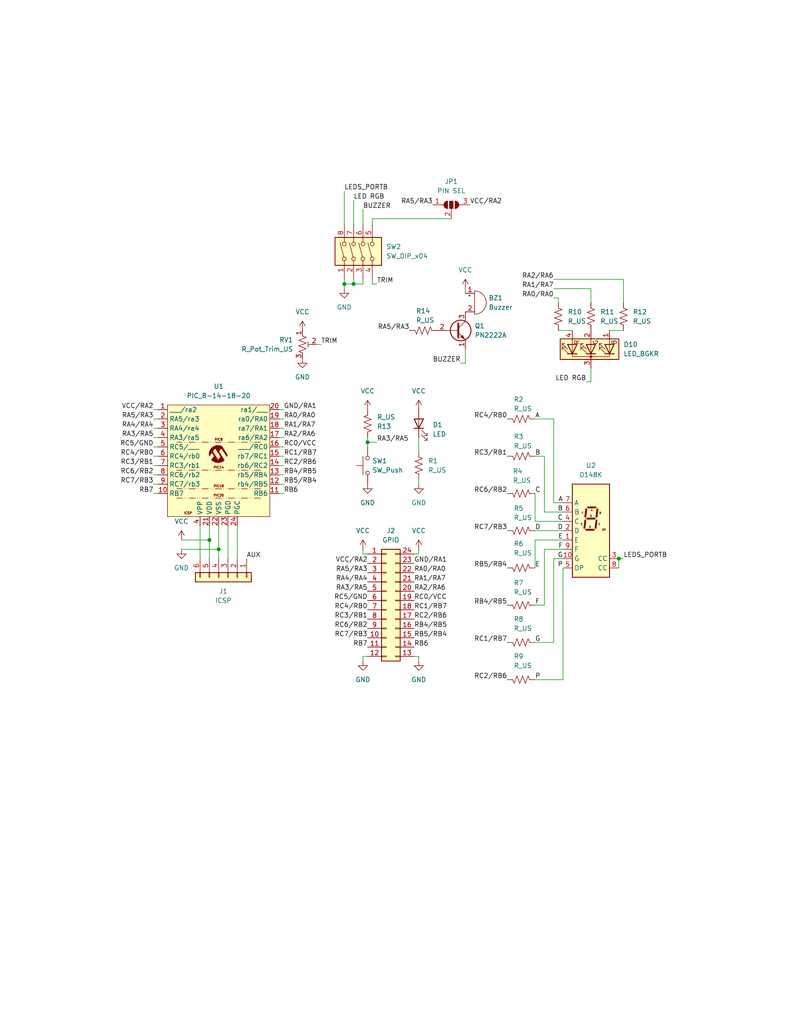
<source format=kicad_sch>
(kicad_sch (version 20250114) (generator "eeschema") (generator_version "9.0")
  (paper "USLetter" portrait)
  (title_block (date "2025-12-17") (rev "v0.0"))
  (lib_symbols
    (symbol "Connector_Generic:Conn_01x06" (pin_names (offset 1.016) (hide yes))
      (property "Reference" "J" (at 0 7.62 0))
      (property "Value" "Conn_01x06" (at 0 -10.16 0))
      (symbol "Conn_01x06_1_1"
        (pin passive line (at -5.08 5.08 0) (length 3.81) (name "Pin_1") (number "1"))
        (pin passive line (at -5.08 2.54 0) (length 3.81) (name "Pin_2") (number "2"))
        (pin passive line (at -5.08 0 0) (length 3.81) (name "Pin_3") (number "3"))
        (pin passive line (at -5.08 -2.54 0) (length 3.81) (name "Pin_4") (number "4"))
        (pin passive line (at -5.08 -5.08 0) (length 3.81) (name "Pin_5") (number "5"))
        (pin passive line (at -5.08 -7.62 0) (length 3.81) (name "Pin_6") (number "6"))
      )
    )
    (symbol "Connector_Generic:Conn_02x12_Counter_Clockwise" (pin_names (offset 1.016) (hide yes))
      (property "Reference" "J" (at 1.27 15.24 0))
      (property "Value" "Conn_02x12_Counter_Clockwise" (at 1.27 -17.78 0))
      (symbol "Conn_02x12_Counter_Clockwise_1_1"
        (pin passive line (at -5.08 12.7 0) (length 3.81) (name "Pin_1") (number "1"))
        (pin passive line (at -5.08 10.16 0) (length 3.81) (name "Pin_2") (number "2"))
        (pin passive line (at -5.08 7.62 0) (length 3.81) (name "Pin_3") (number "3"))
        (pin passive line (at -5.08 5.08 0) (length 3.81) (name "Pin_4") (number "4"))
        (pin passive line (at -5.08 2.54 0) (length 3.81) (name "Pin_5") (number "5"))
        (pin passive line (at -5.08 0 0) (length 3.81) (name "Pin_6") (number "6"))
        (pin passive line (at -5.08 -2.54 0) (length 3.81) (name "Pin_7") (number "7"))
        (pin passive line (at -5.08 -5.08 0) (length 3.81) (name "Pin_8") (number "8"))
        (pin passive line (at -5.08 -7.62 0) (length 3.81) (name "Pin_9") (number "9"))
        (pin passive line (at -5.08 -10.16 0) (length 3.81) (name "Pin_10") (number "10"))
        (pin passive line (at -5.08 -12.7 0) (length 3.81) (name "Pin_11") (number "11"))
        (pin passive line (at -5.08 -15.24 0) (length 3.81) (name "Pin_12") (number "12"))
        (pin passive line (at 7.62 12.7 180) (length 3.81) (name "Pin_24") (number "24"))
        (pin passive line (at 7.62 10.16 180) (length 3.81) (name "Pin_23") (number "23"))
        (pin passive line (at 7.62 7.62 180) (length 3.81) (name "Pin_22") (number "22"))
        (pin passive line (at 7.62 5.08 180) (length 3.81) (name "Pin_21") (number "21"))
        (pin passive line (at 7.62 2.54 180) (length 3.81) (name "Pin_20") (number "20"))
        (pin passive line (at 7.62 0 180) (length 3.81) (name "Pin_19") (number "19"))
        (pin passive line (at 7.62 -2.54 180) (length 3.81) (name "Pin_18") (number "18"))
        (pin passive line (at 7.62 -5.08 180) (length 3.81) (name "Pin_17") (number "17"))
        (pin passive line (at 7.62 -7.62 180) (length 3.81) (name "Pin_16") (number "16"))
        (pin passive line (at 7.62 -10.16 180) (length 3.81) (name "Pin_15") (number "15"))
        (pin passive line (at 7.62 -12.7 180) (length 3.81) (name "Pin_14") (number "14"))
        (pin passive line (at 7.62 -15.24 180) (length 3.81) (name "Pin_13") (number "13"))
      )
    )
    (symbol "Device:Buzzer" (pin_names (offset 0.0254) (hide yes))
      (property "Reference" "BZ" (at 3.81 1.27 0))
      (property "Value" "Buzzer" (at 3.81 -1.27 0))
      (symbol "Buzzer_1_1"
        (pin passive line (at -2.54 2.54 0) (length 2.54) (name "+") (number "1"))
        (pin passive line (at -2.54 -2.54 0) (length 2.54) (name "-") (number "2"))
      )
    )
    (symbol "Device:LED" (pin_numbers (hide yes)) (pin_names (offset 1.016) (hide yes))
      (property "Reference" "D" (at 0 2.54 0))
      (property "Value" "LED" (at 0 -2.54 0))
      (symbol "LED_1_1"
        (pin passive line (at -3.81 0 0) (length 2.54) (name "K") (number "1"))
        (pin passive line (at 3.81 0 180) (length 2.54) (name "A") (number "2"))
      )
    )
    (symbol "Device:LED_BGKR" (pin_names (offset 0) (hide yes))
      (property "Reference" "D" (at 0 9.398 0))
      (property "Value" "LED_BGKR" (at 0 -8.89 0))
      (symbol "LED_BGKR_0_0"
        (text "R" (at 1.905 3.81 0) (effects (font (size 1.27 1.27))))
        (text "G" (at 1.905 -1.27 0) (effects (font (size 1.27 1.27))))
        (text "B" (at 1.905 -6.35 0) (effects (font (size 1.27 1.27))))
      )
      (symbol "LED_BGKR_1_1"
        (pin passive line (at -5.08 0 0) (length 2.54) (name "K") (number "3"))
        (pin passive line (at 5.08 5.08 180) (length 2.54) (name "RA") (number "4"))
        (pin passive line (at 5.08 0 180) (length 2.54) (name "GA") (number "2"))
        (pin passive line (at 5.08 -5.08 180) (length 2.54) (name "BA") (number "1"))
      )
    )
    (symbol "Device:R_Potentiometer_Trim_US" (pin_names (offset 1.016) (hide yes))
      (property "Reference" "RV" (at -4.445 0 90))
      (property "Value" "R_Potentiometer_Trim_US" (at -2.54 0 90))
      (symbol "R_Potentiometer_Trim_US_1_1"
        (pin passive line (at 0 3.81 270) (length 1.27) (name "1") (number "1"))
        (pin passive line (at 0 -3.81 90) (length 1.27) (name "3") (number "3"))
        (pin passive line (at 3.81 0 180) (length 1.27) (name "2") (number "2"))
      )
    )
    (symbol "Device:R_US" (pin_numbers (hide yes)) (pin_names (offset 0))
      (property "Reference" "R" (at 2.54 0 90))
      (property "Value" "R_US" (at -2.54 0 90))
      (symbol "R_US_1_1"
        (pin passive line (at 0 3.81 270) (length 1.27) (name "~") (number "1"))
        (pin passive line (at 0 -3.81 90) (length 1.27) (name "~") (number "2"))
      )
    )
    (symbol "Display_Character:D148K"
      (property "Reference" "U" (at -2.54 13.97 0))
      (property "Value" "D148K" (at 1.27 13.97 0))
      (symbol "D148K_0_0"
        (text "E" (at -2.54 1.778 0) (effects (font (size 0.508 0.508))))
        (text "F" (at -2.286 4.826 0) (effects (font (size 0.508 0.508))))
        (text "D" (at -0.254 1.016 0) (effects (font (size 0.508 0.508))))
        (text "G" (at 0 4.064 0) (effects (font (size 0.508 0.508))))
        (text "A" (at 0.254 5.588 0) (effects (font (size 0.508 0.508))))
        (text "C" (at 2.286 1.778 0) (effects (font (size 0.508 0.508))))
        (text "B" (at 2.54 4.826 0) (effects (font (size 0.508 0.508))))
        (text "DP" (at 3.556 0.254 0) (effects (font (size 0.508 0.508))))
      )
      (symbol "D148K_1_1"
        (pin input line (at -7.62 7.62 0) (length 2.54) (name "A") (number "7"))
        (pin input line (at -7.62 5.08 0) (length 2.54) (name "B") (number "6"))
        (pin input line (at -7.62 2.54 0) (length 2.54) (name "C") (number "4"))
        (pin input line (at -7.62 0 0) (length 2.54) (name "D") (number "2"))
        (pin input line (at -7.62 -2.54 0) (length 2.54) (name "E") (number "1"))
        (pin input line (at -7.62 -5.08 0) (length 2.54) (name "F") (number "9"))
        (pin input line (at -7.62 -7.62 0) (length 2.54) (name "G") (number "10"))
        (pin input line (at -7.62 -10.16 0) (length 2.54) (name "DP") (number "5"))
        (pin input line (at 7.62 -7.62 180) (length 2.54) (name "CC") (number "3"))
        (pin input line (at 7.62 -10.16 180) (length 2.54) (name "CC") (number "8"))
      )
    )
    (symbol "Jumper:SolderJumper_3_Open" (pin_names (offset 0) (hide yes)) (in_bom no)
      (property "Reference" "JP" (at -2.54 -2.54 0))
      (property "Value" "SolderJumper_3_Open" (at 0 2.794 0))
      (symbol "SolderJumper_3_Open_1_1"
        (pin passive line (at -5.08 0 0) (length 2.54) (name "A") (number "1"))
        (pin passive line (at 0 -3.81 90) (length 2.54) (name "C") (number "2"))
        (pin passive line (at 5.08 0 180) (length 2.54) (name "B") (number "3"))
      )
    )
    (symbol "PIC_Pin_Compatible:PIC_8-14-18-20"
      (property "Reference" "U" (at 0 10.414 0))
      (symbol "PIC_8-14-18-20_1_1"
        (text "ICSP" (at -8.382 -20.574 0) (effects (font (size 0.635 0.635))))
        (text "PIC8" (at 0 -0.508 0) (effects (font (size 0.635 0.635))))
        (text "PIC14" (at 0 -8.128 0) (effects (font (size 0.635 0.635))))
        (text "PIC18" (at 0 -13.208 0) (effects (font (size 0.635 0.635))))
        (text "PIC20" (at 0 -15.748 0) (effects (font (size 0.635 0.635))))
        (pin power_in line (at -16.51 7.62 0) (length 2.54) (name "___/ra2") (number "1"))
        (pin bidirectional line (at -16.51 5.08 0) (length 2.54) (name "RA5/ra3") (number "2"))
        (pin bidirectional line (at -16.51 2.54 0) (length 2.54) (name "RA4/ra4") (number "3"))
        (pin bidirectional line (at -16.51 0 0) (length 2.54) (name "RA3/ra5") (number "4"))
        (pin bidirectional line (at -16.51 -2.54 0) (length 2.54) (name "RC5/___") (number "5"))
        (pin bidirectional line (at -16.51 -5.08 0) (length 2.54) (name "RC4/rb0") (number "6"))
        (pin bidirectional line (at -16.51 -7.62 0) (length 2.54) (name "RC3/rb1") (number "7"))
        (pin bidirectional line (at -16.51 -10.16 0) (length 2.54) (name "RC6/rb2") (number "8"))
        (pin bidirectional line (at -16.51 -12.7 0) (length 2.54) (name "RC7/rb3") (number "9"))
        (pin bidirectional line (at -16.51 -15.24 0) (length 2.54) (name "RB7") (number "10"))
        (pin bidirectional line (at -5.08 -24.13 90) (length 2.54) (name "VPP") (number "4"))
        (pin power_in line (at -2.54 -24.13 90) (length 2.54) (name "VDD") (number "21"))
        (pin power_in line (at 0 -24.13 90) (length 2.54) (name "VSS") (number "22"))
        (pin bidirectional line (at 2.54 -24.13 90) (length 2.54) (name "PGD") (number "23"))
        (pin bidirectional line (at 5.08 -24.13 90) (length 2.54) (name "PGC") (number "24"))
        (pin power_in line (at 16.51 7.62 180) (length 2.54) (name "ra1/___") (number "20"))
        (pin bidirectional line (at 16.51 5.08 180) (length 2.54) (name "ra0/RA0") (number "19"))
        (pin bidirectional line (at 16.51 2.54 180) (length 2.54) (name "ra7/RA1") (number "18"))
        (pin bidirectional line (at 16.51 0 180) (length 2.54) (name "ra6/RA2") (number "17"))
        (pin bidirectional line (at 16.51 -2.54 180) (length 2.54) (name "___/RC0") (number "16"))
        (pin bidirectional line (at 16.51 -5.08 180) (length 2.54) (name "rb7/RC1") (number "15"))
        (pin bidirectional line (at 16.51 -7.62 180) (length 2.54) (name "rb6/RC2") (number "14"))
        (pin bidirectional line (at 16.51 -10.16 180) (length 2.54) (name "rb5/RB4") (number "13"))
        (pin bidirectional line (at 16.51 -12.7 180) (length 2.54) (name "rb4/RB5") (number "12"))
        (pin bidirectional line (at 16.51 -15.24 180) (length 2.54) (name "RB6") (number "11"))
      )
    )
    (symbol "Switch:SW_DIP_x04" (pin_names (offset 0) (hide yes))
      (property "Reference" "SW" (at 0 8.89 0))
      (property "Value" "SW_DIP_x04" (at 0 -6.35 0))
      (symbol "SW_DIP_x04_1_1"
        (pin passive line (at -7.62 5.08 0) (length 5.08) (name "~") (number "1"))
        (pin passive line (at -7.62 2.54 0) (length 5.08) (name "~") (number "2"))
        (pin passive line (at -7.62 0 0) (length 5.08) (name "~") (number "3"))
        (pin passive line (at -7.62 -2.54 0) (length 5.08) (name "~") (number "4"))
        (pin passive line (at 7.62 5.08 180) (length 5.08) (name "~") (number "8"))
        (pin passive line (at 7.62 2.54 180) (length 5.08) (name "~") (number "7"))
        (pin passive line (at 7.62 0 180) (length 5.08) (name "~") (number "6"))
        (pin passive line (at 7.62 -2.54 180) (length 5.08) (name "~") (number "5"))
      )
    )
    (symbol "Switch:SW_Push" (pin_numbers (hide yes)) (pin_names (offset 1.016) (hide yes))
      (property "Reference" "SW" (at 1.27 2.54 0))
      (property "Value" "SW_Push" (at 0 -1.524 0))
      (symbol "SW_Push_0_1"
        (pin passive line (at -5.08 0 0) (length 2.54) (name "1") (number "1"))
        (pin passive line (at 5.08 0 180) (length 2.54) (name "2") (number "2"))
      )
    )
    (symbol "Transistor_BJT:PN2222A" (pin_names (offset 0) (hide yes))
      (property "Reference" "Q" (at 5.08 1.905 0))
      (property "Value" "PN2222A" (at 5.08 0 0))
      (symbol "PN2222A_1_1"
        (pin input line (at -5.08 0 0) (length 2.54) (name "B") (number "2"))
        (pin passive line (at 2.54 5.08 270) (length 2.54) (name "C") (number "3"))
        (pin passive line (at 2.54 -5.08 90) (length 2.54) (name "E") (number "1"))
      )
    )
    (symbol "power:GND" (power) (pin_numbers (hide yes)) (pin_names (offset 0) (hide yes))
      (property "Value" "GND" (at 0 -3.81 0))
      (symbol "GND_1_1"
        (pin power_in line (at 0 0 270) (length 0) (name "~") (number "1"))
      )
    )
    (symbol "power:VCC" (power) (pin_numbers (hide yes)) (pin_names (offset 0) (hide yes))
      (property "Value" "VCC" (at 0 3.556 0))
      (symbol "VCC_1_1"
        (pin power_in line (at 0 0 90) (length 0) (name "~") (number "1"))
      )
    )
  )
  (junction (at 96.52 77.47))
  (junction (at 93.98 77.47))
  (junction (at 168.91 152.4))
  (junction (at 57.15 147.32))
  (junction (at 100.33 120.65))
  (junction (at 59.69 149.86))
  (wire (pts (xy 41.91 111.76) (xy 43.18 111.76)))
  (wire (pts (xy 93.98 77.47) (xy 93.98 76.2)))
  (wire (pts (xy 160.02 104.14) (xy 161.29 104.14)))
  (wire (pts (xy 93.98 52.07) (xy 93.98 60.96)))
  (wire (pts (xy 41.91 127) (xy 43.18 127)))
  (wire (pts (xy 41.91 121.92) (xy 43.18 121.92)))
  (wire (pts (xy 151.13 78.74) (xy 161.29 78.74)))
  (wire (pts (xy 100.33 120.65) (xy 100.33 121.92)))
  (wire (pts (xy 49.53 147.32) (xy 57.15 147.32)))
  (wire (pts (xy 102.87 77.47) (xy 101.6 77.47)))
  (wire (pts (xy 41.91 132.08) (xy 43.18 132.08)))
  (wire (pts (xy 148.59 139.7) (xy 148.59 124.46)))
  (wire (pts (xy 77.47 124.46) (xy 76.2 124.46)))
  (wire (pts (xy 152.4 90.17) (xy 156.21 90.17)))
  (wire (pts (xy 77.47 111.76) (xy 76.2 111.76)))
  (wire (pts (xy 77.47 114.3) (xy 76.2 114.3)))
  (wire (pts (xy 153.67 154.94) (xy 153.67 185.42)))
  (wire (pts (xy 57.15 147.32) (xy 57.15 143.51)))
  (wire (pts (xy 77.47 129.54) (xy 76.2 129.54)))
  (wire (pts (xy 113.03 179.07) (xy 114.3 179.07)))
  (wire (pts (xy 161.29 78.74) (xy 161.29 82.55)))
  (wire (pts (xy 153.67 147.32) (xy 146.05 147.32)))
  (wire (pts (xy 77.47 121.92) (xy 76.2 121.92)))
  (wire (pts (xy 151.13 175.26) (xy 146.05 175.26)))
  (wire (pts (xy 125.73 99.06) (xy 127 99.06)))
  (wire (pts (xy 170.18 76.2) (xy 170.18 82.55)))
  (wire (pts (xy 127 99.06) (xy 127 95.25)))
  (wire (pts (xy 153.67 149.86) (xy 148.59 149.86)))
  (wire (pts (xy 99.06 57.15) (xy 99.06 60.96)))
  (wire (pts (xy 153.67 139.7) (xy 148.59 139.7)))
  (wire (pts (xy 41.91 124.46) (xy 43.18 124.46)))
  (wire (pts (xy 151.13 152.4) (xy 151.13 175.26)))
  (wire (pts (xy 57.15 147.32) (xy 57.15 152.4)))
  (wire (pts (xy 100.33 120.65) (xy 102.87 120.65)))
  (wire (pts (xy 146.05 142.24) (xy 146.05 134.62)))
  (wire (pts (xy 100.33 151.13) (xy 99.06 151.13)))
  (wire (pts (xy 101.6 77.47) (xy 101.6 76.2)))
  (wire (pts (xy 54.61 143.51) (xy 54.61 152.4)))
  (wire (pts (xy 41.91 114.3) (xy 43.18 114.3)))
  (wire (pts (xy 151.13 114.3) (xy 146.05 114.3)))
  (wire (pts (xy 170.18 152.4) (xy 168.91 152.4)))
  (wire (pts (xy 148.59 165.1) (xy 146.05 165.1)))
  (wire (pts (xy 93.98 77.47) (xy 96.52 77.47)))
  (wire (pts (xy 99.06 151.13) (xy 99.06 149.86)))
  (wire (pts (xy 59.69 149.86) (xy 59.69 152.4)))
  (wire (pts (xy 152.4 81.28) (xy 152.4 82.55)))
  (wire (pts (xy 77.47 116.84) (xy 76.2 116.84)))
  (wire (pts (xy 41.91 134.62) (xy 43.18 134.62)))
  (wire (pts (xy 77.47 127) (xy 76.2 127)))
  (wire (pts (xy 113.03 151.13) (xy 114.3 151.13)))
  (wire (pts (xy 86.36 93.98) (xy 87.63 93.98)))
  (wire (pts (xy 153.67 137.16) (xy 151.13 137.16)))
  (wire (pts (xy 77.47 132.08) (xy 76.2 132.08)))
  (wire (pts (xy 41.91 119.38) (xy 43.18 119.38)))
  (wire (pts (xy 151.13 76.2) (xy 170.18 76.2)))
  (wire (pts (xy 62.23 143.51) (xy 62.23 152.4)))
  (wire (pts (xy 114.3 123.19) (xy 114.3 119.38)))
  (wire (pts (xy 148.59 124.46) (xy 146.05 124.46)))
  (wire (pts (xy 148.59 149.86) (xy 148.59 165.1)))
  (wire (pts (xy 93.98 78.74) (xy 93.98 77.47)))
  (wire (pts (xy 41.91 129.54) (xy 43.18 129.54)))
  (wire (pts (xy 59.69 143.51) (xy 59.69 149.86)))
  (wire (pts (xy 41.91 116.84) (xy 43.18 116.84)))
  (wire (pts (xy 49.53 149.86) (xy 59.69 149.86)))
  (wire (pts (xy 100.33 119.38) (xy 100.33 120.65)))
  (wire (pts (xy 161.29 104.14) (xy 161.29 100.33)))
  (wire (pts (xy 153.67 152.4) (xy 151.13 152.4)))
  (wire (pts (xy 99.06 179.07) (xy 99.06 180.34)))
  (wire (pts (xy 153.67 142.24) (xy 146.05 142.24)))
  (wire (pts (xy 114.3 151.13) (xy 114.3 149.86)))
  (wire (pts (xy 168.91 152.4) (xy 168.91 154.94)))
  (wire (pts (xy 114.3 179.07) (xy 114.3 180.34)))
  (wire (pts (xy 99.06 77.47) (xy 99.06 76.2)))
  (wire (pts (xy 96.52 77.47) (xy 96.52 76.2)))
  (wire (pts (xy 96.52 54.61) (xy 96.52 60.96)))
  (wire (pts (xy 101.6 59.69) (xy 123.19 59.69)))
  (wire (pts (xy 166.37 90.17) (xy 170.18 90.17)))
  (wire (pts (xy 100.33 179.07) (xy 99.06 179.07)))
  (wire (pts (xy 153.67 185.42) (xy 146.05 185.42)))
  (wire (pts (xy 146.05 147.32) (xy 146.05 154.94)))
  (wire (pts (xy 151.13 81.28) (xy 152.4 81.28)))
  (wire (pts (xy 77.47 119.38) (xy 76.2 119.38)))
  (wire (pts (xy 64.77 143.51) (xy 64.77 152.4)))
  (wire (pts (xy 146.05 144.78) (xy 153.67 144.78)))
  (wire (pts (xy 101.6 59.69) (xy 101.6 60.96)))
  (wire (pts (xy 77.47 134.62) (xy 76.2 134.62)))
  (wire (pts (xy 151.13 137.16) (xy 151.13 114.3)))
  (wire (pts (xy 114.3 130.81) (xy 114.3 132.08)))
  (wire (pts (xy 96.52 77.47) (xy 99.06 77.47)))
  (wire (pts (xy 127 78.74) (xy 127 80.01)))
  (label "LED RGB" (at 160.02 104.14 180))
  (label "C" (at 146.05 134.62 0))
  (label "RC4{slash}RB0" (at 138.43 114.3 180))
  (label "RC1{slash}RB7" (at 77.47 124.46 0))
  (label "F" (at 146.05 165.1 0))
  (label "RA3{slash}RA5" (at 102.87 120.65 0))
  (label "RB5{slash}RB4" (at 77.47 132.08 0))
  (label "RC4{slash}RB0" (at 100.33 166.37 180))
  (label "RB5{slash}RB4" (at 138.43 154.94 180))
  (label "RA4{slash}RA4" (at 100.33 158.75 180))
  (label "RA2{slash}RA6" (at 151.13 76.2 180))
  (label "RC5{slash}GND" (at 100.33 163.83 180))
  (label "VCC{slash}RA2" (at 41.91 111.76 180))
  (label "RC4{slash}RB0" (at 41.91 124.46 180))
  (label "RA4{slash}RA4" (at 41.91 116.84 180))
  (label "RC3{slash}RB1" (at 100.33 168.91 180))
  (label "C" (at 153.67 142.24 180))
  (label "E" (at 153.67 147.32 180))
  (label "RA5{slash}RA3" (at 41.91 114.3 180))
  (label "RB4{slash}RB5" (at 77.47 129.54 0))
  (label "LED RGB" (at 96.52 54.61 0))
  (label "LEDS_PORTB" (at 170.18 152.4 0))
  (label "RC2{slash}RB6" (at 138.43 185.42 180))
  (label "B" (at 146.05 124.46 0))
  (label "AUX" (at 67.31 152.4 0))
  (label "RC2{slash}RB6" (at 113.03 168.91 0))
  (label "RC7{slash}RB3" (at 41.91 132.08 180))
  (label "RC0{slash}VCC" (at 113.03 163.83 0))
  (label "E" (at 146.05 154.94 0))
  (label "RB6" (at 77.47 134.62 0))
  (label "RA0{slash}RA0" (at 151.13 81.28 180))
  (label "VCC{slash}RA2" (at 100.33 153.67 180))
  (label "RC1{slash}RB7" (at 138.43 175.26 180))
  (label "RC0{slash}VCC" (at 77.47 121.92 0))
  (label "RB7" (at 41.91 134.62 180))
  (label "RC7{slash}RB3" (at 138.43 144.78 180))
  (label "LEDS_PORTB" (at 93.98 52.07 0))
  (label "A" (at 146.05 114.3 0))
  (label "RB4{slash}RB5" (at 113.03 171.45 0))
  (label "RC6{slash}RB2" (at 41.91 129.54 180))
  (label "A" (at 153.67 137.16 180))
  (label "RA0{slash}RA0" (at 77.47 114.3 0))
  (label "RC5{slash}GND" (at 41.91 121.92 180))
  (label "VCC{slash}RA2" (at 128.27 55.88 0))
  (label "G" (at 153.67 152.4 180))
  (label "RA5{slash}RA3" (at 100.33 156.21 180))
  (label "D" (at 146.05 144.78 0))
  (label "P" (at 153.67 154.94 180))
  (label "GND{slash}RA1" (at 113.03 153.67 0))
  (label "RA5{slash}RA3" (at 118.11 55.88 180))
  (label "B" (at 153.67 139.7 180))
  (label "BUZZER" (at 99.06 57.15 0))
  (label "RA1{slash}RA7" (at 151.13 78.74 180))
  (label "TRIM" (at 102.87 77.47 0))
  (label "RA3{slash}RA5" (at 41.91 119.38 180))
  (label "RC3{slash}RB1" (at 138.43 124.46 180))
  (label "RA1{slash}RA7" (at 113.03 158.75 0))
  (label "RA2{slash}RA6" (at 113.03 161.29 0))
  (label "RA5{slash}RA3" (at 111.76 90.17 180))
  (label "RA0{slash}RA0" (at 113.03 156.21 0))
  (label "TRIM" (at 87.63 93.98 0))
  (label "RB5{slash}RB4" (at 113.03 173.99 0))
  (label "RB7" (at 100.33 176.53 180))
  (label "G" (at 146.05 175.26 0))
  (label "F" (at 153.67 149.86 180))
  (label "RB4{slash}RB5" (at 138.43 165.1 180))
  (label "RC6{slash}RB2" (at 138.43 134.62 180))
  (label "D" (at 153.67 144.78 180))
  (label "RA3{slash}RA5" (at 100.33 161.29 180))
  (label "P" (at 146.05 185.42 0))
  (label "RC1{slash}RB7" (at 113.03 166.37 0))
  (label "RA1{slash}RA7" (at 77.47 116.84 0))
  (label "RC7{slash}RB3" (at 100.33 173.99 180))
  (label "RC3{slash}RB1" (at 41.91 127 180))
  (label "RC2{slash}RB6" (at 77.47 127 0))
  (label "RA2{slash}RA6" (at 77.47 119.38 0))
  (label "RC6{slash}RB2" (at 100.33 171.45 180))
  (label "GND{slash}RA1" (at 77.47 111.76 0))
  (label "BUZZER" (at 125.73 99.06 180))
  (label "RB6" (at 113.03 176.53 0))
  (symbol (lib_id "Device:R_US") (at 142.24 144.78 90) (mirror x) (unit 1)
    (property "Reference" "R5" (at 140.208 138.684 90) (effects (justify right)))
    (property "Value" "R_US" (at 140.208 141.224 90) (effects (justify right)))
    (property "Description" "Resistor, US symbol" (effects (hide yes)))
  )
  (symbol (lib_id "power:GND") (at 93.98 78.74 0) (unit 1)
    (property "Reference" "#PWR013" (effects (hide yes)))
    (property "Value" "GND" (at 93.98 83.82 0))
    (property "Description" "Power symbol creates a global label with name \"GND\" , ground" (effects (hide yes)))
  )
  (symbol (lib_id "Switch:SW_DIP_x04") (at 99.06 68.58 90) (unit 1)
    (property "Reference" "SW2" (at 105.41 67.3099 90) (effects (justify right)))
    (property "Value" "SW_DIP_x04" (at 105.41 69.8499 90) (effects (justify right)))
    (property "Description" "4x DIP Switch, Single Pole Single Throw (SPST) switch, small symbol" (effects (hide yes)))
  )
  (symbol (lib_id "Device:R_US") (at 170.18 86.36 0) (unit 1)
    (property "Reference" "R12" (at 172.72 85.0899 0) (effects (justify left)))
    (property "Value" "R_US" (at 172.72 87.6299 0) (effects (justify left)))
    (property "Description" "Resistor, US symbol" (effects (hide yes)))
  )
  (symbol (lib_id "power:VCC") (at 114.3 111.76 0) (unit 1)
    (property "Reference" "#PWR07" (effects (hide yes)))
    (property "Value" "VCC" (at 114.3 106.68 0))
    (property "Description" "Power symbol creates a global label with name \"VCC\"" (effects (hide yes)))
  )
  (symbol (lib_id "Device:LED") (at 114.3 115.57 90) (unit 1)
    (property "Reference" "D1" (at 118.11 115.8874 90) (effects (justify right)))
    (property "Value" "LED" (at 118.11 118.4274 90) (effects (justify right)))
    (property "Description" "Light emitting diode" (effects (hide yes)))
    (property "Sim.Pins" "1=K 2=A" (effects (hide yes)))
  )
  (symbol (lib_id "Connector_Generic:Conn_02x12_Counter_Clockwise") (at 105.41 163.83 0) (unit 1)
    (property "Reference" "J2" (at 106.68 144.78 0))
    (property "Value" "GPIO" (at 106.68 147.32 0))
    (property "Description" "Generic connector, double row, 02x12, counter clockwise pin numbering scheme (similar to DIP package numbering), script generated (kicad-library-utils/schlib/autogen/connector/)" (effects (hide yes)))
  )
  (symbol (lib_id "Device:Buzzer") (at 129.54 82.55 0) (unit 1)
    (property "Reference" "BZ1" (at 133.35 81.2799 0) (effects (justify left)))
    (property "Value" "Buzzer" (at 133.35 83.8199 0) (effects (justify left)))
    (property "Description" "Buzzer, polarized" (effects (hide yes)))
  )
  (symbol (lib_id "power:GND") (at 99.06 180.34 0) (unit 1)
    (property "Reference" "#PWR?" (effects (hide yes)))
    (property "Value" "GND" (at 99.06 185.42 0))
    (property "Description" "Power symbol creates a global label with name \"GND\" , ground" (effects (hide yes)))
  )
  (symbol (lib_id "power:GND") (at 49.53 149.86 0) (unit 1)
    (property "Reference" "#PWR05" (effects (hide yes)))
    (property "Value" "GND" (at 49.53 154.94 0))
    (property "Description" "Power symbol creates a global label with name \"GND\" , ground" (effects (hide yes)))
  )
  (symbol (lib_id "power:VCC") (at 114.3 149.86 0) (unit 1)
    (property "Reference" "#PWR01" (effects (hide yes)))
    (property "Value" "VCC" (at 114.3 144.78 0))
    (property "Description" "Power symbol creates a global label with name \"VCC\"" (effects (hide yes)))
  )
  (symbol (lib_id "Display_Character:D148K") (at 161.29 144.78 0) (unit 1)
    (property "Reference" "U2" (at 161.29 127 0))
    (property "Value" "D148K" (at 161.29 129.54 0))
    (property "Footprint" "Display_7Segment:D1X8K" (effects (hide yes)))
    (property "Datasheet" "https://ia800903.us.archive.org/24/items/CTKD1x8K/Cromatek%20D168K.pdf" (effects (hide yes)))
    (property "Description" "One digit 7 segment yellowish-green LED, low current, common cathode" (effects (hide yes)))
  )
  (symbol (lib_id "Device:R_Potentiometer_Trim_US") (at 82.55 93.98 0) (unit 1)
    (property "Reference" "RV1" (at 80.01 92.7099 0) (effects (justify right)))
    (property "Value" "R_Pot_Trim_US" (at 80.01 95.2499 0) (effects (justify right)))
    (property "Description" "Trim-potentiometer, US symbol" (effects (hide yes)))
  )
  (symbol (lib_id "Jumper:SolderJumper_3_Open") (at 123.19 55.88 0) (unit 1) (in_bom no)
    (property "Reference" "JP1" (at 123.19 49.53 0))
    (property "Value" "PIN SEL" (at 123.19 52.07 0))
    (property "Description" "Solder Jumper, 3-pole, open" (effects (hide yes)))
  )
  (symbol (lib_id "Connector_Generic:Conn_01x06") (at 62.23 157.48 270) (unit 1)
    (property "Reference" "J1" (at 60.96 161.29 90))
    (property "Value" "ICSP" (at 60.96 163.83 90))
    (property "Description" "Generic connector, single row, 01x06, script generated (kicad-library-utils/schlib/autogen/connector/)" (effects (hide yes)))
  )
  (symbol (lib_id "power:VCC") (at 82.55 90.17 0) (unit 1)
    (property "Reference" "#PWR011" (effects (hide yes)))
    (property "Value" "VCC" (at 82.55 85.09 0))
    (property "Description" "Power symbol creates a global label with name \"VCC\"" (effects (hide yes)))
  )
  (symbol (lib_id "PIC_Pin_Compatible:PIC_8-14-18-20") (at 59.69 119.38 0) (unit 1)
    (property "Reference" "U1" (at 59.69 105.41 0))
    (property "Value" "PIC_8-14-18-20" (at 59.69 107.95 0))
    (property "Footprint" "PIC_Pin_Compatible:PIC_8-14-18-20" (effects (hide yes)))
  )
  (symbol (lib_id "Device:R_US") (at 100.33 115.57 0) (mirror x) (unit 1)
    (property "Reference" "R13" (at 102.87 116.332 0) (effects (justify left)))
    (property "Value" "R_US" (at 102.87 113.792 0) (effects (justify left)))
    (property "Description" "Resistor, US symbol" (effects (hide yes)))
  )
  (symbol (lib_id "Device:R_US") (at 142.24 154.94 90) (mirror x) (unit 1)
    (property "Reference" "R6" (at 140.208 148.336 90) (effects (justify right)))
    (property "Value" "R_US" (at 140.208 150.876 90) (effects (justify right)))
    (property "Description" "Resistor, US symbol" (effects (hide yes)))
  )
  (symbol (lib_id "power:GND") (at 100.33 132.08 0) (unit 1)
    (property "Reference" "#PWR09" (effects (hide yes)))
    (property "Value" "GND" (at 100.33 137.16 0))
    (property "Description" "Power symbol creates a global label with name \"GND\" , ground" (effects (hide yes)))
  )
  (symbol (lib_id "Device:R_US") (at 142.24 134.62 90) (mirror x) (unit 1)
    (property "Reference" "R4" (at 139.954 128.524 90) (effects (justify right)))
    (property "Value" "R_US" (at 139.954 131.064 90) (effects (justify right)))
    (property "Description" "Resistor, US symbol" (effects (hide yes)))
  )
  (symbol (lib_id "Device:LED_BGKR") (at 161.29 95.25 90) (unit 1)
    (property "Reference" "D10" (at 170.18 93.9799 90) (effects (justify right)))
    (property "Value" "LED_BGKR" (at 170.18 96.5199 90) (effects (justify right)))
    (property "Description" "RGB LED, blue/green/cathode/red" (effects (hide yes)))
  )
  (symbol (lib_id "power:VCC") (at 100.33 111.76 0) (unit 1)
    (property "Reference" "#PWR08" (effects (hide yes)))
    (property "Value" "VCC" (at 100.33 106.68 0))
    (property "Description" "Power symbol creates a global label with name \"VCC\"" (effects (hide yes)))
  )
  (symbol (lib_id "Device:R_US") (at 142.24 165.1 90) (mirror x) (unit 1)
    (property "Reference" "R7" (at 140.208 159.004 90) (effects (justify right)))
    (property "Value" "R_US" (at 140.208 161.544 90) (effects (justify right)))
    (property "Description" "Resistor, US symbol" (effects (hide yes)))
  )
  (symbol (lib_id "Device:R_US") (at 142.24 124.46 90) (mirror x) (unit 1)
    (property "Reference" "R3" (at 140.208 119.126 90) (effects (justify right)))
    (property "Value" "R_US" (at 140.208 121.666 90) (effects (justify right)))
    (property "Description" "Resistor, US symbol" (effects (hide yes)))
  )
  (symbol (lib_id "Transistor_BJT:PN2222A") (at 124.46 90.17 0) (unit 1)
    (property "Reference" "Q1" (at 129.54 88.8999 0) (effects (justify left)))
    (property "Value" "PN2222A" (at 129.54 91.4399 0) (effects (justify left)))
    (property "Footprint" "Package_TO_SOT_THT:TO-92L_HandSolder" (effects (hide yes)))
    (property "Datasheet" "https://www.onsemi.com/pub/Collateral/PN2222-D.PDF" (effects (hide yes)))
    (property "Description" "1A Ic, 40V Vce, NPN Transistor, General Purpose Transistor, TO-92" (effects (hide yes)))
  )
  (symbol (lib_id "Device:R_US") (at 142.24 114.3 90) (mirror x) (unit 1)
    (property "Reference" "R2" (at 140.208 108.966 90) (effects (justify right)))
    (property "Value" "R_US" (at 140.208 111.506 90) (effects (justify right)))
    (property "Description" "Resistor, US symbol" (effects (hide yes)))
  )
  (symbol (lib_id "power:GND") (at 114.3 132.08 0) (unit 1)
    (property "Reference" "#PWR06" (effects (hide yes)))
    (property "Value" "GND" (at 114.3 137.16 0))
    (property "Description" "Power symbol creates a global label with name \"GND\" , ground" (effects (hide yes)))
  )
  (symbol (lib_id "Switch:SW_Push") (at 100.33 127 90) (unit 1)
    (property "Reference" "SW1" (at 101.6 125.7299 90) (effects (justify right)))
    (property "Value" "SW_Push" (at 101.6 128.2699 90) (effects (justify right)))
    (property "Description" "Push button switch, generic, two pins" (effects (hide yes)))
  )
  (symbol (lib_id "power:GND") (at 82.55 97.79 0) (unit 1)
    (property "Reference" "#PWR012" (effects (hide yes)))
    (property "Value" "GND" (at 82.55 102.87 0))
    (property "Description" "Power symbol creates a global label with name \"GND\" , ground" (effects (hide yes)))
  )
  (symbol (lib_id "power:VCC") (at 99.06 149.86 0) (unit 1)
    (property "Reference" "#PWR02" (effects (hide yes)))
    (property "Value" "VCC" (at 99.06 144.78 0))
    (property "Description" "Power symbol creates a global label with name \"VCC\"" (effects (hide yes)))
  )
  (symbol (lib_id "Device:R_US") (at 142.24 175.26 90) (mirror x) (unit 1)
    (property "Reference" "R8" (at 140.208 168.91 90) (effects (justify right)))
    (property "Value" "R_US" (at 140.208 171.45 90) (effects (justify right)))
    (property "Description" "Resistor, US symbol" (effects (hide yes)))
  )
  (symbol (lib_id "power:VCC") (at 127 78.74 0) (unit 1)
    (property "Reference" "#PWR010" (effects (hide yes)))
    (property "Value" "VCC" (at 127 73.66 0))
    (property "Description" "Power symbol creates a global label with name \"VCC\"" (effects (hide yes)))
  )
  (symbol (lib_id "Device:R_US") (at 142.24 185.42 90) (mirror x) (unit 1)
    (property "Reference" "R9" (at 140.208 179.07 90) (effects (justify right)))
    (property "Value" "R_US" (at 140.208 181.61 90) (effects (justify right)))
    (property "Description" "Resistor, US symbol" (effects (hide yes)))
  )
  (symbol (lib_id "power:GND") (at 114.3 180.34 0) (unit 1)
    (property "Reference" "#PWR03" (effects (hide yes)))
    (property "Value" "GND" (at 114.3 185.42 0))
    (property "Description" "Power symbol creates a global label with name \"GND\" , ground" (effects (hide yes)))
  )
  (symbol (lib_id "Device:R_US") (at 161.29 86.36 0) (unit 1)
    (property "Reference" "R11" (at 163.83 85.0899 0) (effects (justify left)))
    (property "Value" "R_US" (at 163.83 87.6299 0) (effects (justify left)))
    (property "Description" "Resistor, US symbol" (effects (hide yes)))
  )
  (symbol (lib_id "power:VCC") (at 49.53 147.32 0) (unit 1)
    (property "Reference" "#PWR04" (effects (hide yes)))
    (property "Value" "VCC" (at 49.53 142.24 0))
    (property "Description" "Power symbol creates a global label with name \"VCC\"" (effects (hide yes)))
  )
  (symbol (lib_id "Device:R_US") (at 152.4 86.36 0) (unit 1)
    (property "Reference" "R10" (at 154.94 85.0899 0) (effects (justify left)))
    (property "Value" "R_US" (at 154.94 87.6299 0) (effects (justify left)))
    (property "Description" "Resistor, US symbol" (effects (hide yes)))
  )
  (symbol (lib_id "Device:R_US") (at 114.3 127 0) (unit 1)
    (property "Reference" "R1" (at 116.84 125.7299 0) (effects (justify left)))
    (property "Value" "R_US" (at 116.84 128.2699 0) (effects (justify left)))
    (property "Description" "Resistor, US symbol" (effects (hide yes)))
  )
  (symbol (lib_id "Device:R_US") (at 115.57 90.17 270) (mirror x) (unit 1)
    (property "Reference" "R14" (at 113.538 84.836 90) (effects (justify left)))
    (property "Value" "R_US" (at 113.538 87.376 90) (effects (justify left)))
    (property "Description" "Resistor, US symbol" (effects (hide yes)))
  )
)
</source>
